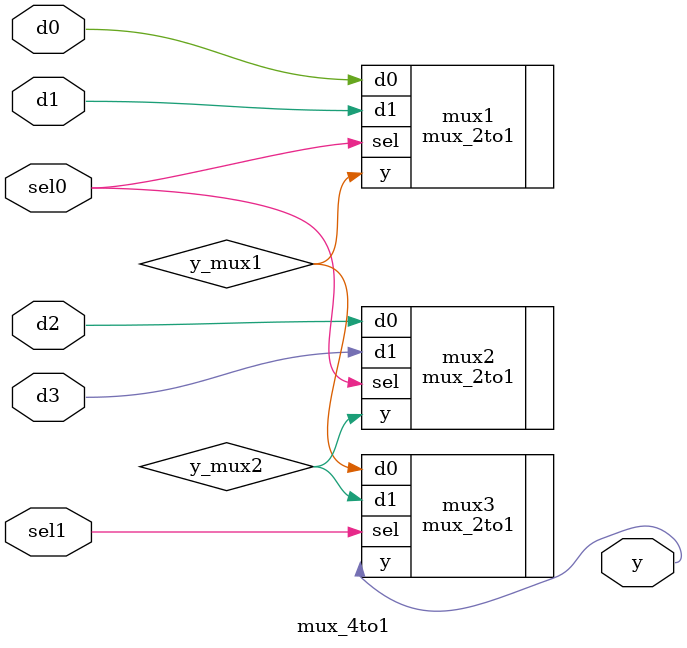
<source format=sv>
module mux_4to1 (
    input logic d0, d1, d2, d3, 	// Entradas de datos
    input logic sel0, sel1, 	   // Selector de entrada
    output logic y 					// Salida
);

//Variables internas

logic y_mux1;

logic y_mux2;


mux_2to1 mux1 (.d0(d0), .d1(d1), .sel(sel0), .y(y_mux1)); //Primer Mux

mux_2to1 mux2 (.d0(d2), .d1(d3), .sel(sel0), .y(y_mux2)); //Segundo Mux

mux_2to1 mux3 (.d0(y_mux1), .d1(y_mux2), .sel(sel1), .y(y)); //Tercer Mux


endmodule
</source>
